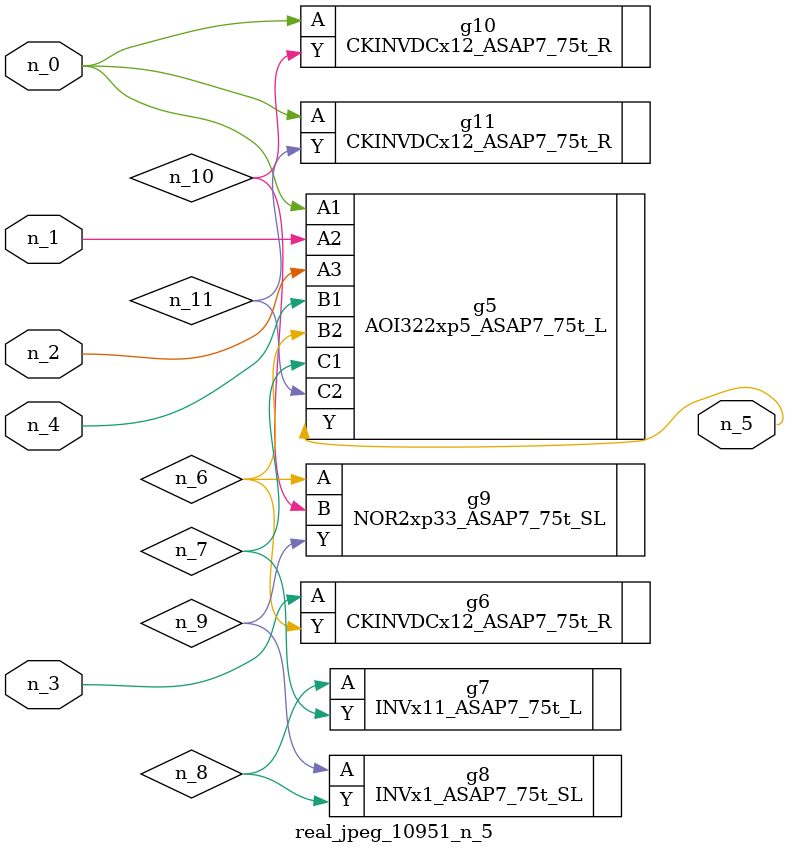
<source format=v>
module real_jpeg_10951_n_5 (n_4, n_0, n_1, n_2, n_3, n_5);

input n_4;
input n_0;
input n_1;
input n_2;
input n_3;

output n_5;

wire n_8;
wire n_11;
wire n_6;
wire n_7;
wire n_10;
wire n_9;

AOI322xp5_ASAP7_75t_L g5 ( 
.A1(n_0),
.A2(n_1),
.A3(n_2),
.B1(n_4),
.B2(n_6),
.C1(n_7),
.C2(n_11),
.Y(n_5)
);

CKINVDCx12_ASAP7_75t_R g10 ( 
.A(n_0),
.Y(n_10)
);

CKINVDCx12_ASAP7_75t_R g11 ( 
.A(n_0),
.Y(n_11)
);

CKINVDCx12_ASAP7_75t_R g6 ( 
.A(n_3),
.Y(n_6)
);

NOR2xp33_ASAP7_75t_SL g9 ( 
.A(n_6),
.B(n_10),
.Y(n_9)
);

INVx11_ASAP7_75t_L g7 ( 
.A(n_8),
.Y(n_7)
);

INVx1_ASAP7_75t_SL g8 ( 
.A(n_9),
.Y(n_8)
);


endmodule
</source>
